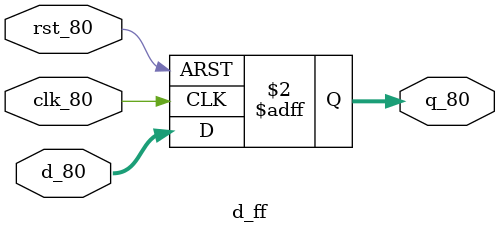
<source format=sv>
`timescale 1ns/100ps
module d_ff ( clk_80, rst_80, d_80, q_80 );
        parameter REG_SIZE = 4;
        input   clk_80, rst_80;
        input   [(REG_SIZE - 1) :0] d_80;
        output  [(REG_SIZE - 1) :0] q_80;

        wire    clk_80, rst_80;
        wire    [(REG_SIZE - 1) :0] d_80;
        reg     [(REG_SIZE - 1) :0] q_80;

        always @ ( posedge clk_80 or posedge rst_80 )
        begin
                if (rst_80)
                        q_80 <= 0;
                else
                        q_80 <= d_80;
        end
endmodule
</source>
